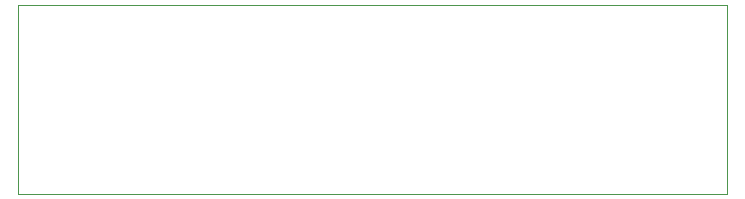
<source format=gbr>
G04 #@! TF.FileFunction,Profile,NP*
%FSLAX46Y46*%
G04 Gerber Fmt 4.6, Leading zero omitted, Abs format (unit mm)*
G04 Created by KiCad (PCBNEW (2015-01-29 BZR 5396)-product) date 5/25/2015 5:42:28 PM*
%MOMM*%
G01*
G04 APERTURE LIST*
%ADD10C,0.100000*%
G04 APERTURE END LIST*
D10*
X90000000Y-100000000D02*
X90000000Y-84000000D01*
X150000000Y-100000000D02*
X90000000Y-100000000D01*
X150000000Y-84000000D02*
X150000000Y-100000000D01*
X90000000Y-84000000D02*
X150000000Y-84000000D01*
M02*

</source>
